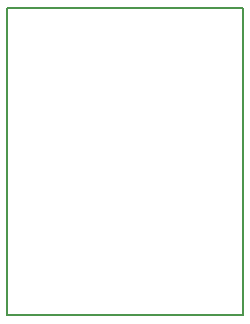
<source format=gko>
%TF.GenerationSoftware,KiCad,Pcbnew,4.0.4-1.fc24-product*%
%TF.CreationDate,2018-03-01T10:39:20+11:00*%
%TF.ProjectId,MID_STACK,4D49445F535441434B2E6B696361645F,rev?*%
%TF.FileFunction,Profile,NP*%
%FSLAX46Y46*%
G04 Gerber Fmt 4.6, Leading zero omitted, Abs format (unit mm)*
G04 Created by KiCad (PCBNEW 4.0.4-1.fc24-product) date Thu Mar  1 10:39:20 2018*
%MOMM*%
%LPD*%
G01*
G04 APERTURE LIST*
%ADD10C,0.100000*%
%ADD11C,0.150000*%
G04 APERTURE END LIST*
D10*
D11*
X185000000Y-118000000D02*
X185000000Y-92000000D01*
X165000000Y-118000000D02*
X185000000Y-118000000D01*
X165000000Y-92000000D02*
X165000000Y-118000000D01*
X185000000Y-92000000D02*
X165000000Y-92000000D01*
M02*

</source>
